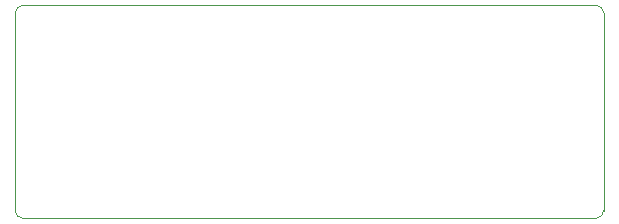
<source format=gm1>
%TF.GenerationSoftware,KiCad,Pcbnew,(6.0.5)*%
%TF.CreationDate,2025-03-09T20:53:28+01:00*%
%TF.ProjectId,PS2_to_USB_Converter,5053325f-746f-45f5-9553-425f436f6e76,rev?*%
%TF.SameCoordinates,Original*%
%TF.FileFunction,Profile,NP*%
%FSLAX46Y46*%
G04 Gerber Fmt 4.6, Leading zero omitted, Abs format (unit mm)*
G04 Created by KiCad (PCBNEW (6.0.5)) date 2025-03-09 20:53:28*
%MOMM*%
%LPD*%
G01*
G04 APERTURE LIST*
%TA.AperFunction,Profile*%
%ADD10C,0.100000*%
%TD*%
G04 APERTURE END LIST*
D10*
X124400000Y-93200000D02*
X124400000Y-110000000D01*
X174200000Y-93200000D02*
X174200000Y-110000000D01*
X173600000Y-92600000D02*
X125000000Y-92600000D01*
X125000000Y-110600000D02*
X173600000Y-110600000D01*
X124400000Y-110000000D02*
G75*
G03*
X125000000Y-110600000I600000J0D01*
G01*
X125000000Y-92600000D02*
G75*
G03*
X124400000Y-93200000I0J-600000D01*
G01*
X174200000Y-93200000D02*
G75*
G03*
X173600000Y-92600000I-600000J0D01*
G01*
X173600000Y-110600000D02*
G75*
G03*
X174200000Y-110000000I0J600000D01*
G01*
M02*

</source>
